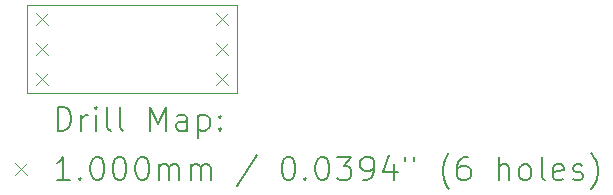
<source format=gbr>
%TF.GenerationSoftware,KiCad,Pcbnew,9.0.6*%
%TF.CreationDate,2026-01-05T16:11:48-06:00*%
%TF.ProjectId,SOT-666_1.2x1.6_P0.5,534f542d-3636-4365-9f31-2e3278312e36,rev?*%
%TF.SameCoordinates,Original*%
%TF.FileFunction,Drillmap*%
%TF.FilePolarity,Positive*%
%FSLAX45Y45*%
G04 Gerber Fmt 4.5, Leading zero omitted, Abs format (unit mm)*
G04 Created by KiCad (PCBNEW 9.0.6) date 2026-01-05 16:11:48*
%MOMM*%
%LPD*%
G01*
G04 APERTURE LIST*
%ADD10C,0.050000*%
%ADD11C,0.200000*%
%ADD12C,0.100000*%
G04 APERTURE END LIST*
D10*
X12065000Y-9535250D02*
X13843000Y-9535250D01*
X13843000Y-10284550D01*
X12065000Y-10284550D01*
X12065000Y-9535250D01*
D11*
D12*
X12142000Y-9602000D02*
X12242000Y-9702000D01*
X12242000Y-9602000D02*
X12142000Y-9702000D01*
X12142000Y-9856000D02*
X12242000Y-9956000D01*
X12242000Y-9856000D02*
X12142000Y-9956000D01*
X12142000Y-10110000D02*
X12242000Y-10210000D01*
X12242000Y-10110000D02*
X12142000Y-10210000D01*
X13666000Y-9602000D02*
X13766000Y-9702000D01*
X13766000Y-9602000D02*
X13666000Y-9702000D01*
X13666000Y-9856000D02*
X13766000Y-9956000D01*
X13766000Y-9856000D02*
X13666000Y-9956000D01*
X13666000Y-10110000D02*
X13766000Y-10210000D01*
X13766000Y-10110000D02*
X13666000Y-10210000D01*
D11*
X12323277Y-10598534D02*
X12323277Y-10398534D01*
X12323277Y-10398534D02*
X12370896Y-10398534D01*
X12370896Y-10398534D02*
X12399467Y-10408058D01*
X12399467Y-10408058D02*
X12418515Y-10427105D01*
X12418515Y-10427105D02*
X12428039Y-10446153D01*
X12428039Y-10446153D02*
X12437562Y-10484248D01*
X12437562Y-10484248D02*
X12437562Y-10512820D01*
X12437562Y-10512820D02*
X12428039Y-10550915D01*
X12428039Y-10550915D02*
X12418515Y-10569962D01*
X12418515Y-10569962D02*
X12399467Y-10589010D01*
X12399467Y-10589010D02*
X12370896Y-10598534D01*
X12370896Y-10598534D02*
X12323277Y-10598534D01*
X12523277Y-10598534D02*
X12523277Y-10465201D01*
X12523277Y-10503296D02*
X12532801Y-10484248D01*
X12532801Y-10484248D02*
X12542324Y-10474724D01*
X12542324Y-10474724D02*
X12561372Y-10465201D01*
X12561372Y-10465201D02*
X12580420Y-10465201D01*
X12647086Y-10598534D02*
X12647086Y-10465201D01*
X12647086Y-10398534D02*
X12637562Y-10408058D01*
X12637562Y-10408058D02*
X12647086Y-10417582D01*
X12647086Y-10417582D02*
X12656610Y-10408058D01*
X12656610Y-10408058D02*
X12647086Y-10398534D01*
X12647086Y-10398534D02*
X12647086Y-10417582D01*
X12770896Y-10598534D02*
X12751848Y-10589010D01*
X12751848Y-10589010D02*
X12742324Y-10569962D01*
X12742324Y-10569962D02*
X12742324Y-10398534D01*
X12875658Y-10598534D02*
X12856610Y-10589010D01*
X12856610Y-10589010D02*
X12847086Y-10569962D01*
X12847086Y-10569962D02*
X12847086Y-10398534D01*
X13104229Y-10598534D02*
X13104229Y-10398534D01*
X13104229Y-10398534D02*
X13170896Y-10541391D01*
X13170896Y-10541391D02*
X13237562Y-10398534D01*
X13237562Y-10398534D02*
X13237562Y-10598534D01*
X13418515Y-10598534D02*
X13418515Y-10493772D01*
X13418515Y-10493772D02*
X13408991Y-10474724D01*
X13408991Y-10474724D02*
X13389943Y-10465201D01*
X13389943Y-10465201D02*
X13351848Y-10465201D01*
X13351848Y-10465201D02*
X13332801Y-10474724D01*
X13418515Y-10589010D02*
X13399467Y-10598534D01*
X13399467Y-10598534D02*
X13351848Y-10598534D01*
X13351848Y-10598534D02*
X13332801Y-10589010D01*
X13332801Y-10589010D02*
X13323277Y-10569962D01*
X13323277Y-10569962D02*
X13323277Y-10550915D01*
X13323277Y-10550915D02*
X13332801Y-10531867D01*
X13332801Y-10531867D02*
X13351848Y-10522343D01*
X13351848Y-10522343D02*
X13399467Y-10522343D01*
X13399467Y-10522343D02*
X13418515Y-10512820D01*
X13513753Y-10465201D02*
X13513753Y-10665201D01*
X13513753Y-10474724D02*
X13532801Y-10465201D01*
X13532801Y-10465201D02*
X13570896Y-10465201D01*
X13570896Y-10465201D02*
X13589943Y-10474724D01*
X13589943Y-10474724D02*
X13599467Y-10484248D01*
X13599467Y-10484248D02*
X13608991Y-10503296D01*
X13608991Y-10503296D02*
X13608991Y-10560439D01*
X13608991Y-10560439D02*
X13599467Y-10579486D01*
X13599467Y-10579486D02*
X13589943Y-10589010D01*
X13589943Y-10589010D02*
X13570896Y-10598534D01*
X13570896Y-10598534D02*
X13532801Y-10598534D01*
X13532801Y-10598534D02*
X13513753Y-10589010D01*
X13694705Y-10579486D02*
X13704229Y-10589010D01*
X13704229Y-10589010D02*
X13694705Y-10598534D01*
X13694705Y-10598534D02*
X13685182Y-10589010D01*
X13685182Y-10589010D02*
X13694705Y-10579486D01*
X13694705Y-10579486D02*
X13694705Y-10598534D01*
X13694705Y-10474724D02*
X13704229Y-10484248D01*
X13704229Y-10484248D02*
X13694705Y-10493772D01*
X13694705Y-10493772D02*
X13685182Y-10484248D01*
X13685182Y-10484248D02*
X13694705Y-10474724D01*
X13694705Y-10474724D02*
X13694705Y-10493772D01*
D12*
X11962500Y-10877050D02*
X12062500Y-10977050D01*
X12062500Y-10877050D02*
X11962500Y-10977050D01*
D11*
X12428039Y-11018534D02*
X12313753Y-11018534D01*
X12370896Y-11018534D02*
X12370896Y-10818534D01*
X12370896Y-10818534D02*
X12351848Y-10847105D01*
X12351848Y-10847105D02*
X12332801Y-10866153D01*
X12332801Y-10866153D02*
X12313753Y-10875677D01*
X12513753Y-10999486D02*
X12523277Y-11009010D01*
X12523277Y-11009010D02*
X12513753Y-11018534D01*
X12513753Y-11018534D02*
X12504229Y-11009010D01*
X12504229Y-11009010D02*
X12513753Y-10999486D01*
X12513753Y-10999486D02*
X12513753Y-11018534D01*
X12647086Y-10818534D02*
X12666134Y-10818534D01*
X12666134Y-10818534D02*
X12685182Y-10828058D01*
X12685182Y-10828058D02*
X12694705Y-10837582D01*
X12694705Y-10837582D02*
X12704229Y-10856629D01*
X12704229Y-10856629D02*
X12713753Y-10894724D01*
X12713753Y-10894724D02*
X12713753Y-10942343D01*
X12713753Y-10942343D02*
X12704229Y-10980439D01*
X12704229Y-10980439D02*
X12694705Y-10999486D01*
X12694705Y-10999486D02*
X12685182Y-11009010D01*
X12685182Y-11009010D02*
X12666134Y-11018534D01*
X12666134Y-11018534D02*
X12647086Y-11018534D01*
X12647086Y-11018534D02*
X12628039Y-11009010D01*
X12628039Y-11009010D02*
X12618515Y-10999486D01*
X12618515Y-10999486D02*
X12608991Y-10980439D01*
X12608991Y-10980439D02*
X12599467Y-10942343D01*
X12599467Y-10942343D02*
X12599467Y-10894724D01*
X12599467Y-10894724D02*
X12608991Y-10856629D01*
X12608991Y-10856629D02*
X12618515Y-10837582D01*
X12618515Y-10837582D02*
X12628039Y-10828058D01*
X12628039Y-10828058D02*
X12647086Y-10818534D01*
X12837562Y-10818534D02*
X12856610Y-10818534D01*
X12856610Y-10818534D02*
X12875658Y-10828058D01*
X12875658Y-10828058D02*
X12885182Y-10837582D01*
X12885182Y-10837582D02*
X12894705Y-10856629D01*
X12894705Y-10856629D02*
X12904229Y-10894724D01*
X12904229Y-10894724D02*
X12904229Y-10942343D01*
X12904229Y-10942343D02*
X12894705Y-10980439D01*
X12894705Y-10980439D02*
X12885182Y-10999486D01*
X12885182Y-10999486D02*
X12875658Y-11009010D01*
X12875658Y-11009010D02*
X12856610Y-11018534D01*
X12856610Y-11018534D02*
X12837562Y-11018534D01*
X12837562Y-11018534D02*
X12818515Y-11009010D01*
X12818515Y-11009010D02*
X12808991Y-10999486D01*
X12808991Y-10999486D02*
X12799467Y-10980439D01*
X12799467Y-10980439D02*
X12789943Y-10942343D01*
X12789943Y-10942343D02*
X12789943Y-10894724D01*
X12789943Y-10894724D02*
X12799467Y-10856629D01*
X12799467Y-10856629D02*
X12808991Y-10837582D01*
X12808991Y-10837582D02*
X12818515Y-10828058D01*
X12818515Y-10828058D02*
X12837562Y-10818534D01*
X13028039Y-10818534D02*
X13047086Y-10818534D01*
X13047086Y-10818534D02*
X13066134Y-10828058D01*
X13066134Y-10828058D02*
X13075658Y-10837582D01*
X13075658Y-10837582D02*
X13085182Y-10856629D01*
X13085182Y-10856629D02*
X13094705Y-10894724D01*
X13094705Y-10894724D02*
X13094705Y-10942343D01*
X13094705Y-10942343D02*
X13085182Y-10980439D01*
X13085182Y-10980439D02*
X13075658Y-10999486D01*
X13075658Y-10999486D02*
X13066134Y-11009010D01*
X13066134Y-11009010D02*
X13047086Y-11018534D01*
X13047086Y-11018534D02*
X13028039Y-11018534D01*
X13028039Y-11018534D02*
X13008991Y-11009010D01*
X13008991Y-11009010D02*
X12999467Y-10999486D01*
X12999467Y-10999486D02*
X12989943Y-10980439D01*
X12989943Y-10980439D02*
X12980420Y-10942343D01*
X12980420Y-10942343D02*
X12980420Y-10894724D01*
X12980420Y-10894724D02*
X12989943Y-10856629D01*
X12989943Y-10856629D02*
X12999467Y-10837582D01*
X12999467Y-10837582D02*
X13008991Y-10828058D01*
X13008991Y-10828058D02*
X13028039Y-10818534D01*
X13180420Y-11018534D02*
X13180420Y-10885201D01*
X13180420Y-10904248D02*
X13189943Y-10894724D01*
X13189943Y-10894724D02*
X13208991Y-10885201D01*
X13208991Y-10885201D02*
X13237563Y-10885201D01*
X13237563Y-10885201D02*
X13256610Y-10894724D01*
X13256610Y-10894724D02*
X13266134Y-10913772D01*
X13266134Y-10913772D02*
X13266134Y-11018534D01*
X13266134Y-10913772D02*
X13275658Y-10894724D01*
X13275658Y-10894724D02*
X13294705Y-10885201D01*
X13294705Y-10885201D02*
X13323277Y-10885201D01*
X13323277Y-10885201D02*
X13342324Y-10894724D01*
X13342324Y-10894724D02*
X13351848Y-10913772D01*
X13351848Y-10913772D02*
X13351848Y-11018534D01*
X13447086Y-11018534D02*
X13447086Y-10885201D01*
X13447086Y-10904248D02*
X13456610Y-10894724D01*
X13456610Y-10894724D02*
X13475658Y-10885201D01*
X13475658Y-10885201D02*
X13504229Y-10885201D01*
X13504229Y-10885201D02*
X13523277Y-10894724D01*
X13523277Y-10894724D02*
X13532801Y-10913772D01*
X13532801Y-10913772D02*
X13532801Y-11018534D01*
X13532801Y-10913772D02*
X13542324Y-10894724D01*
X13542324Y-10894724D02*
X13561372Y-10885201D01*
X13561372Y-10885201D02*
X13589943Y-10885201D01*
X13589943Y-10885201D02*
X13608991Y-10894724D01*
X13608991Y-10894724D02*
X13618515Y-10913772D01*
X13618515Y-10913772D02*
X13618515Y-11018534D01*
X14008991Y-10809010D02*
X13837563Y-11066153D01*
X14266134Y-10818534D02*
X14285182Y-10818534D01*
X14285182Y-10818534D02*
X14304229Y-10828058D01*
X14304229Y-10828058D02*
X14313753Y-10837582D01*
X14313753Y-10837582D02*
X14323277Y-10856629D01*
X14323277Y-10856629D02*
X14332801Y-10894724D01*
X14332801Y-10894724D02*
X14332801Y-10942343D01*
X14332801Y-10942343D02*
X14323277Y-10980439D01*
X14323277Y-10980439D02*
X14313753Y-10999486D01*
X14313753Y-10999486D02*
X14304229Y-11009010D01*
X14304229Y-11009010D02*
X14285182Y-11018534D01*
X14285182Y-11018534D02*
X14266134Y-11018534D01*
X14266134Y-11018534D02*
X14247086Y-11009010D01*
X14247086Y-11009010D02*
X14237563Y-10999486D01*
X14237563Y-10999486D02*
X14228039Y-10980439D01*
X14228039Y-10980439D02*
X14218515Y-10942343D01*
X14218515Y-10942343D02*
X14218515Y-10894724D01*
X14218515Y-10894724D02*
X14228039Y-10856629D01*
X14228039Y-10856629D02*
X14237563Y-10837582D01*
X14237563Y-10837582D02*
X14247086Y-10828058D01*
X14247086Y-10828058D02*
X14266134Y-10818534D01*
X14418515Y-10999486D02*
X14428039Y-11009010D01*
X14428039Y-11009010D02*
X14418515Y-11018534D01*
X14418515Y-11018534D02*
X14408991Y-11009010D01*
X14408991Y-11009010D02*
X14418515Y-10999486D01*
X14418515Y-10999486D02*
X14418515Y-11018534D01*
X14551848Y-10818534D02*
X14570896Y-10818534D01*
X14570896Y-10818534D02*
X14589944Y-10828058D01*
X14589944Y-10828058D02*
X14599467Y-10837582D01*
X14599467Y-10837582D02*
X14608991Y-10856629D01*
X14608991Y-10856629D02*
X14618515Y-10894724D01*
X14618515Y-10894724D02*
X14618515Y-10942343D01*
X14618515Y-10942343D02*
X14608991Y-10980439D01*
X14608991Y-10980439D02*
X14599467Y-10999486D01*
X14599467Y-10999486D02*
X14589944Y-11009010D01*
X14589944Y-11009010D02*
X14570896Y-11018534D01*
X14570896Y-11018534D02*
X14551848Y-11018534D01*
X14551848Y-11018534D02*
X14532801Y-11009010D01*
X14532801Y-11009010D02*
X14523277Y-10999486D01*
X14523277Y-10999486D02*
X14513753Y-10980439D01*
X14513753Y-10980439D02*
X14504229Y-10942343D01*
X14504229Y-10942343D02*
X14504229Y-10894724D01*
X14504229Y-10894724D02*
X14513753Y-10856629D01*
X14513753Y-10856629D02*
X14523277Y-10837582D01*
X14523277Y-10837582D02*
X14532801Y-10828058D01*
X14532801Y-10828058D02*
X14551848Y-10818534D01*
X14685182Y-10818534D02*
X14808991Y-10818534D01*
X14808991Y-10818534D02*
X14742325Y-10894724D01*
X14742325Y-10894724D02*
X14770896Y-10894724D01*
X14770896Y-10894724D02*
X14789944Y-10904248D01*
X14789944Y-10904248D02*
X14799467Y-10913772D01*
X14799467Y-10913772D02*
X14808991Y-10932820D01*
X14808991Y-10932820D02*
X14808991Y-10980439D01*
X14808991Y-10980439D02*
X14799467Y-10999486D01*
X14799467Y-10999486D02*
X14789944Y-11009010D01*
X14789944Y-11009010D02*
X14770896Y-11018534D01*
X14770896Y-11018534D02*
X14713753Y-11018534D01*
X14713753Y-11018534D02*
X14694706Y-11009010D01*
X14694706Y-11009010D02*
X14685182Y-10999486D01*
X14904229Y-11018534D02*
X14942325Y-11018534D01*
X14942325Y-11018534D02*
X14961372Y-11009010D01*
X14961372Y-11009010D02*
X14970896Y-10999486D01*
X14970896Y-10999486D02*
X14989944Y-10970915D01*
X14989944Y-10970915D02*
X14999467Y-10932820D01*
X14999467Y-10932820D02*
X14999467Y-10856629D01*
X14999467Y-10856629D02*
X14989944Y-10837582D01*
X14989944Y-10837582D02*
X14980420Y-10828058D01*
X14980420Y-10828058D02*
X14961372Y-10818534D01*
X14961372Y-10818534D02*
X14923277Y-10818534D01*
X14923277Y-10818534D02*
X14904229Y-10828058D01*
X14904229Y-10828058D02*
X14894706Y-10837582D01*
X14894706Y-10837582D02*
X14885182Y-10856629D01*
X14885182Y-10856629D02*
X14885182Y-10904248D01*
X14885182Y-10904248D02*
X14894706Y-10923296D01*
X14894706Y-10923296D02*
X14904229Y-10932820D01*
X14904229Y-10932820D02*
X14923277Y-10942343D01*
X14923277Y-10942343D02*
X14961372Y-10942343D01*
X14961372Y-10942343D02*
X14980420Y-10932820D01*
X14980420Y-10932820D02*
X14989944Y-10923296D01*
X14989944Y-10923296D02*
X14999467Y-10904248D01*
X15170896Y-10885201D02*
X15170896Y-11018534D01*
X15123277Y-10809010D02*
X15075658Y-10951867D01*
X15075658Y-10951867D02*
X15199467Y-10951867D01*
X15266134Y-10818534D02*
X15266134Y-10856629D01*
X15342325Y-10818534D02*
X15342325Y-10856629D01*
X15637563Y-11094724D02*
X15628039Y-11085201D01*
X15628039Y-11085201D02*
X15608991Y-11056629D01*
X15608991Y-11056629D02*
X15599468Y-11037582D01*
X15599468Y-11037582D02*
X15589944Y-11009010D01*
X15589944Y-11009010D02*
X15580420Y-10961391D01*
X15580420Y-10961391D02*
X15580420Y-10923296D01*
X15580420Y-10923296D02*
X15589944Y-10875677D01*
X15589944Y-10875677D02*
X15599468Y-10847105D01*
X15599468Y-10847105D02*
X15608991Y-10828058D01*
X15608991Y-10828058D02*
X15628039Y-10799486D01*
X15628039Y-10799486D02*
X15637563Y-10789962D01*
X15799468Y-10818534D02*
X15761372Y-10818534D01*
X15761372Y-10818534D02*
X15742325Y-10828058D01*
X15742325Y-10828058D02*
X15732801Y-10837582D01*
X15732801Y-10837582D02*
X15713753Y-10866153D01*
X15713753Y-10866153D02*
X15704229Y-10904248D01*
X15704229Y-10904248D02*
X15704229Y-10980439D01*
X15704229Y-10980439D02*
X15713753Y-10999486D01*
X15713753Y-10999486D02*
X15723277Y-11009010D01*
X15723277Y-11009010D02*
X15742325Y-11018534D01*
X15742325Y-11018534D02*
X15780420Y-11018534D01*
X15780420Y-11018534D02*
X15799468Y-11009010D01*
X15799468Y-11009010D02*
X15808991Y-10999486D01*
X15808991Y-10999486D02*
X15818515Y-10980439D01*
X15818515Y-10980439D02*
X15818515Y-10932820D01*
X15818515Y-10932820D02*
X15808991Y-10913772D01*
X15808991Y-10913772D02*
X15799468Y-10904248D01*
X15799468Y-10904248D02*
X15780420Y-10894724D01*
X15780420Y-10894724D02*
X15742325Y-10894724D01*
X15742325Y-10894724D02*
X15723277Y-10904248D01*
X15723277Y-10904248D02*
X15713753Y-10913772D01*
X15713753Y-10913772D02*
X15704229Y-10932820D01*
X16056610Y-11018534D02*
X16056610Y-10818534D01*
X16142325Y-11018534D02*
X16142325Y-10913772D01*
X16142325Y-10913772D02*
X16132801Y-10894724D01*
X16132801Y-10894724D02*
X16113753Y-10885201D01*
X16113753Y-10885201D02*
X16085182Y-10885201D01*
X16085182Y-10885201D02*
X16066134Y-10894724D01*
X16066134Y-10894724D02*
X16056610Y-10904248D01*
X16266134Y-11018534D02*
X16247087Y-11009010D01*
X16247087Y-11009010D02*
X16237563Y-10999486D01*
X16237563Y-10999486D02*
X16228039Y-10980439D01*
X16228039Y-10980439D02*
X16228039Y-10923296D01*
X16228039Y-10923296D02*
X16237563Y-10904248D01*
X16237563Y-10904248D02*
X16247087Y-10894724D01*
X16247087Y-10894724D02*
X16266134Y-10885201D01*
X16266134Y-10885201D02*
X16294706Y-10885201D01*
X16294706Y-10885201D02*
X16313753Y-10894724D01*
X16313753Y-10894724D02*
X16323277Y-10904248D01*
X16323277Y-10904248D02*
X16332801Y-10923296D01*
X16332801Y-10923296D02*
X16332801Y-10980439D01*
X16332801Y-10980439D02*
X16323277Y-10999486D01*
X16323277Y-10999486D02*
X16313753Y-11009010D01*
X16313753Y-11009010D02*
X16294706Y-11018534D01*
X16294706Y-11018534D02*
X16266134Y-11018534D01*
X16447087Y-11018534D02*
X16428039Y-11009010D01*
X16428039Y-11009010D02*
X16418515Y-10989962D01*
X16418515Y-10989962D02*
X16418515Y-10818534D01*
X16599468Y-11009010D02*
X16580420Y-11018534D01*
X16580420Y-11018534D02*
X16542325Y-11018534D01*
X16542325Y-11018534D02*
X16523277Y-11009010D01*
X16523277Y-11009010D02*
X16513753Y-10989962D01*
X16513753Y-10989962D02*
X16513753Y-10913772D01*
X16513753Y-10913772D02*
X16523277Y-10894724D01*
X16523277Y-10894724D02*
X16542325Y-10885201D01*
X16542325Y-10885201D02*
X16580420Y-10885201D01*
X16580420Y-10885201D02*
X16599468Y-10894724D01*
X16599468Y-10894724D02*
X16608991Y-10913772D01*
X16608991Y-10913772D02*
X16608991Y-10932820D01*
X16608991Y-10932820D02*
X16513753Y-10951867D01*
X16685182Y-11009010D02*
X16704230Y-11018534D01*
X16704230Y-11018534D02*
X16742325Y-11018534D01*
X16742325Y-11018534D02*
X16761372Y-11009010D01*
X16761372Y-11009010D02*
X16770896Y-10989962D01*
X16770896Y-10989962D02*
X16770896Y-10980439D01*
X16770896Y-10980439D02*
X16761372Y-10961391D01*
X16761372Y-10961391D02*
X16742325Y-10951867D01*
X16742325Y-10951867D02*
X16713753Y-10951867D01*
X16713753Y-10951867D02*
X16694706Y-10942343D01*
X16694706Y-10942343D02*
X16685182Y-10923296D01*
X16685182Y-10923296D02*
X16685182Y-10913772D01*
X16685182Y-10913772D02*
X16694706Y-10894724D01*
X16694706Y-10894724D02*
X16713753Y-10885201D01*
X16713753Y-10885201D02*
X16742325Y-10885201D01*
X16742325Y-10885201D02*
X16761372Y-10894724D01*
X16837563Y-11094724D02*
X16847087Y-11085201D01*
X16847087Y-11085201D02*
X16866134Y-11056629D01*
X16866134Y-11056629D02*
X16875658Y-11037582D01*
X16875658Y-11037582D02*
X16885182Y-11009010D01*
X16885182Y-11009010D02*
X16894706Y-10961391D01*
X16894706Y-10961391D02*
X16894706Y-10923296D01*
X16894706Y-10923296D02*
X16885182Y-10875677D01*
X16885182Y-10875677D02*
X16875658Y-10847105D01*
X16875658Y-10847105D02*
X16866134Y-10828058D01*
X16866134Y-10828058D02*
X16847087Y-10799486D01*
X16847087Y-10799486D02*
X16837563Y-10789962D01*
M02*

</source>
